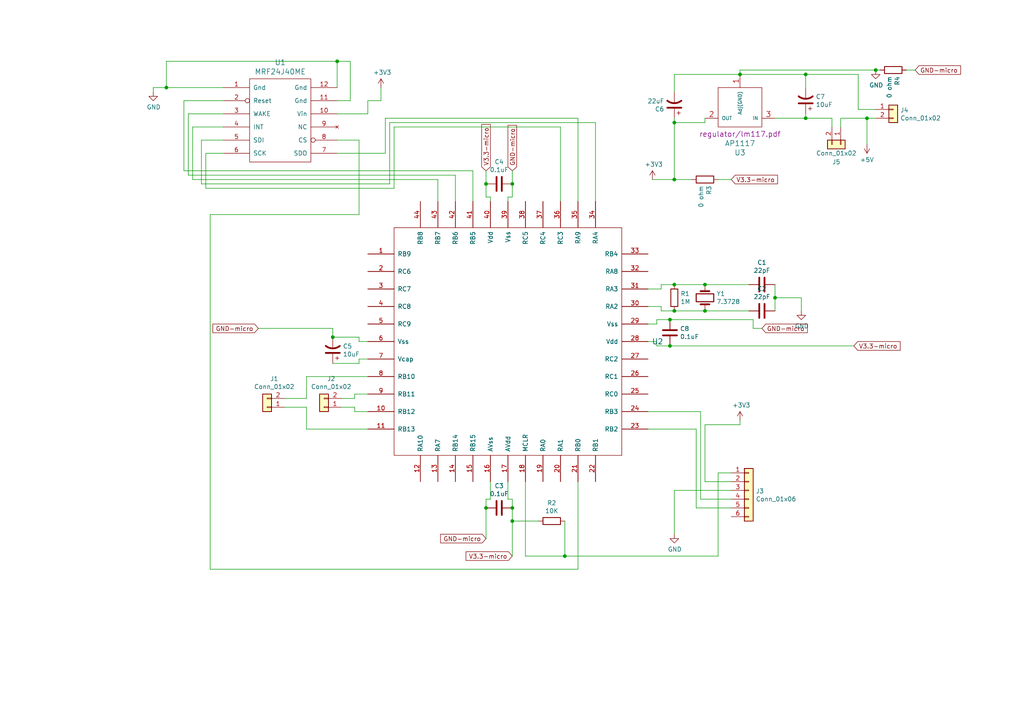
<source format=kicad_sch>
(kicad_sch (version 20211123) (generator eeschema)
  (paper "A4")
  (lib_symbols
    (symbol "Connector_Generic:Conn_01x02" (pin_names (offset 1.016) hide)
      (property "Reference" "J" (at 0 2.54 0))
      (property "Value" "Conn_01x02" (at 0 -5.08 0))
      (symbol "Conn_01x02_1_1"
        (rectangle (start -1.27 -2.413) (end 0 -2.667) (stroke (width 0.1524)))
        (rectangle (start -1.27 0.127) (end 0 -0.127) (stroke (width 0.1524)))
        (rectangle (start -1.27 1.27) (end 1.27 -3.81) (stroke (width 0.254)) (fill (type background)))
        (pin passive line (at -5.08 0 0) (length 3.81) (name "Pin_1") (number "1"))
        (pin passive line (at -5.08 -2.54 0) (length 3.81) (name "Pin_2") (number "2"))
      )
    )
    (symbol "Connector_Generic:Conn_01x06" (pin_names (offset 1.016) hide)
      (property "Reference" "J" (at 0 7.62 0))
      (property "Value" "Conn_01x06" (at 0 -10.16 0))
      (symbol "Conn_01x06_1_1"
        (rectangle (start -1.27 -7.493) (end 0 -7.747) (stroke (width 0.1524)))
        (rectangle (start -1.27 -4.953) (end 0 -5.207) (stroke (width 0.1524)))
        (rectangle (start -1.27 -2.413) (end 0 -2.667) (stroke (width 0.1524)))
        (rectangle (start -1.27 0.127) (end 0 -0.127) (stroke (width 0.1524)))
        (rectangle (start -1.27 2.667) (end 0 2.413) (stroke (width 0.1524)))
        (rectangle (start -1.27 5.207) (end 0 4.953) (stroke (width 0.1524)))
        (rectangle (start -1.27 6.35) (end 1.27 -8.89) (stroke (width 0.254)) (fill (type background)))
        (pin passive line (at -5.08 5.08 0) (length 3.81) (name "Pin_1") (number "1"))
        (pin passive line (at -5.08 2.54 0) (length 3.81) (name "Pin_2") (number "2"))
        (pin passive line (at -5.08 0 0) (length 3.81) (name "Pin_3") (number "3"))
        (pin passive line (at -5.08 -2.54 0) (length 3.81) (name "Pin_4") (number "4"))
        (pin passive line (at -5.08 -5.08 0) (length 3.81) (name "Pin_5") (number "5"))
        (pin passive line (at -5.08 -7.62 0) (length 3.81) (name "Pin_6") (number "6"))
      )
    )
    (symbol "Device:C" (pin_numbers hide) (pin_names (offset 0.254))
      (property "Reference" "C" (at 0.635 2.54 0))
      (property "Value" "C" (at 0.635 -2.54 0))
      (symbol "C_0_1"
        (polyline (pts (xy -2.032 -0.762) (xy 2.032 -0.762)) (stroke (width 0.508)))
        (polyline (pts (xy -2.032 0.762) (xy 2.032 0.762)) (stroke (width 0.508)))
      )
      (symbol "C_1_1"
        (pin passive line (at 0 3.81 270) (length 2.794) (name "~") (number "1"))
        (pin passive line (at 0 -3.81 90) (length 2.794) (name "~") (number "2"))
      )
    )
    (symbol "Device:CP1" (pin_numbers hide) (pin_names (offset 0.254) hide)
      (property "Reference" "C" (at 0.635 2.54 0))
      (property "Value" "Device_CP1" (at 0.635 -2.54 0))
      (symbol "CP1_0_1"
        (polyline (pts (xy -2.032 0.762) (xy 2.032 0.762)) (stroke (width 0.508)))
        (polyline (pts (xy -1.778 2.286) (xy -0.762 2.286)))
        (polyline (pts (xy -1.27 1.778) (xy -1.27 2.794)))
        (arc (start 2.032 -1.27) (mid 0 -0.5572) (end -2.032 -1.27) (stroke (width 0.508)))
      )
      (symbol "CP1_1_1"
        (pin passive line (at 0 3.81 270) (length 2.794) (name "~") (number "1"))
        (pin passive line (at 0 -3.81 90) (length 3.302) (name "~") (number "2"))
      )
    )
    (symbol "Device:Crystal" (pin_numbers hide) (pin_names (offset 1.016) hide)
      (property "Reference" "Y" (at 0 3.81 0))
      (property "Value" "Crystal" (at 0 -3.81 0))
      (symbol "Crystal_0_1"
        (rectangle (start -1.143 2.54) (end 1.143 -2.54) (stroke (width 0.3048)))
        (polyline (pts (xy -2.54 0) (xy -1.905 0)))
        (polyline (pts (xy -1.905 -1.27) (xy -1.905 1.27)) (stroke (width 0.508)))
        (polyline (pts (xy 1.905 -1.27) (xy 1.905 1.27)) (stroke (width 0.508)))
        (polyline (pts (xy 2.54 0) (xy 1.905 0)))
      )
      (symbol "Crystal_1_1"
        (pin passive line (at -3.81 0 0) (length 1.27) (name "1") (number "1"))
        (pin passive line (at 3.81 0 180) (length 1.27) (name "2") (number "2"))
      )
    )
    (symbol "Device:R" (pin_numbers hide) (pin_names (offset 0))
      (property "Reference" "R" (at 2.032 0 90))
      (property "Value" "R" (at 0 0 90))
      (symbol "R_0_1"
        (rectangle (start -1.016 -2.54) (end 1.016 2.54) (stroke (width 0.254)))
      )
      (symbol "R_1_1"
        (pin passive line (at 0 3.81 270) (length 1.27) (name "~") (number "1"))
        (pin passive line (at 0 -3.81 90) (length 1.27) (name "~") (number "2"))
      )
    )
    (symbol "power:+3.3V" (power) (pin_names (offset 0))
      (property "Value" "+3.3V" (at 0 3.556 0))
      (symbol "+3.3V_0_1"
        (polyline (pts (xy -0.762 1.27) (xy 0 2.54)))
        (polyline (pts (xy 0 0) (xy 0 2.54)))
        (polyline (pts (xy 0 2.54) (xy 0.762 1.27)))
      )
      (symbol "+3.3V_1_1"
        (pin power_in line (at 0 0 90) (length 0) hide (name "+3V3") (number "1"))
      )
    )
    (symbol "power:+5V" (power) (pin_names (offset 0))
      (property "Value" "+5V" (at 0 3.556 0))
      (symbol "+5V_0_1"
        (polyline (pts (xy -0.762 1.27) (xy 0 2.54)))
        (polyline (pts (xy 0 0) (xy 0 2.54)))
        (polyline (pts (xy 0 2.54) (xy 0.762 1.27)))
      )
      (symbol "+5V_1_1"
        (pin power_in line (at 0 0 90) (length 0) hide (name "+5V") (number "1"))
      )
    )
    (symbol "power:GND" (power) (pin_names (offset 0))
      (property "Value" "GND" (at 0 -3.81 0))
      (symbol "GND_0_1"
        (polyline (pts (xy 0 0) (xy 0 -1.27) (xy 1.27 -1.27) (xy 0 -2.54) (xy -1.27 -1.27) (xy 0 -1.27)))
      )
      (symbol "GND_1_1"
        (pin power_in line (at 0 0 270) (length 0) hide (name "GND") (number "1"))
      )
    )
    (symbol "tfg-rescue:AP1117-NCP" (pin_names (offset 1.016))
      (property "Reference" "U" (at 0 7.62 0))
      (property "Value" "AP1117-NCP" (at 1.27 -6.35 0))
      (symbol "AP1117-NCP_0_1"
        (rectangle (start -6.35 6.35) (end 6.35 -5.08))
      )
      (symbol "AP1117-NCP_1_1"
        (pin power_out line (at 0 -8.89 90) (length 3.81) (name "Adj(GND)") (number "1"))
        (pin power_out line (at 10.16 3.81 180) (length 3.81) (name "OUT") (number "2"))
        (pin power_in line (at -10.16 3.81 0) (length 3.81) (name "IN") (number "3"))
      )
    )
    (symbol "tfg-rescue:DSPIC33EP128GM604-NCP" (pin_names (offset 1.016))
      (property "Reference" "U" (at -5.08 13.97 0))
      (property "Value" "DSPIC33EP128GM604-NCP" (at -3.81 21.59 0))
      (symbol "DSPIC33EP128GM604-NCP_0_1"
        (rectangle (start -38.1 38.1) (end 27.94 -27.94))
      )
      (symbol "DSPIC33EP128GM604-NCP_1_1"
        (pin bidirectional line (at -45.72 30.48 0) (length 7.62) (name "RB9") (number "1"))
        (pin bidirectional line (at -45.72 -15.24 0) (length 7.62) (name "RB12") (number "10"))
        (pin bidirectional line (at -45.72 -20.32 0) (length 7.62) (name "RB13") (number "11"))
        (pin bidirectional line (at -30.48 -35.56 90) (length 7.62) (name "RA10") (number "12"))
        (pin bidirectional line (at -25.4 -35.56 90) (length 7.62) (name "RA7") (number "13"))
        (pin bidirectional line (at -20.32 -35.56 90) (length 7.62) (name "RB14") (number "14"))
        (pin bidirectional line (at -15.24 -35.56 90) (length 7.62) (name "RB15") (number "15"))
        (pin passive line (at -10.16 -35.56 90) (length 7.62) (name "AVss") (number "16"))
        (pin passive line (at -5.08 -35.56 90) (length 7.62) (name "AVdd") (number "17"))
        (pin input line (at 0 -35.56 90) (length 7.62) (name "MCLR") (number "18"))
        (pin bidirectional line (at 5.08 -35.56 90) (length 7.62) (name "RA0") (number "19"))
        (pin bidirectional line (at -45.72 25.4 0) (length 7.62) (name "RC6") (number "2"))
        (pin bidirectional line (at 10.16 -35.56 90) (length 7.62) (name "RA1") (number "20"))
        (pin bidirectional line (at 15.24 -35.56 90) (length 7.62) (name "RB0") (number "21"))
        (pin bidirectional line (at 20.32 -35.56 90) (length 7.62) (name "RB1") (number "22"))
        (pin bidirectional line (at 35.56 -20.32 180) (length 7.62) (name "RB2") (number "23"))
        (pin bidirectional line (at 35.56 -15.24 180) (length 7.62) (name "RB3") (number "24"))
        (pin bidirectional line (at 35.56 -10.16 180) (length 7.62) (name "RC0") (number "25"))
        (pin bidirectional line (at 35.56 -5.08 180) (length 7.62) (name "RC1") (number "26"))
        (pin bidirectional line (at 35.56 0 180) (length 7.62) (name "RC2") (number "27"))
        (pin power_in line (at 35.56 5.08 180) (length 7.62) (name "Vdd") (number "28"))
        (pin power_in line (at 35.56 10.16 180) (length 7.62) (name "Vss") (number "29"))
        (pin bidirectional line (at -45.72 20.32 0) (length 7.62) (name "RC7") (number "3"))
        (pin bidirectional line (at 35.56 15.24 180) (length 7.62) (name "RA2") (number "30"))
        (pin bidirectional line (at 35.56 20.32 180) (length 7.62) (name "RA3") (number "31"))
        (pin bidirectional line (at 35.56 25.4 180) (length 7.62) (name "RA8") (number "32"))
        (pin bidirectional line (at 35.56 30.48 180) (length 7.62) (name "RB4") (number "33"))
        (pin bidirectional line (at 20.32 45.72 270) (length 7.62) (name "RA4") (number "34"))
        (pin bidirectional line (at 15.24 45.72 270) (length 7.62) (name "RA9") (number "35"))
        (pin bidirectional line (at 10.16 45.72 270) (length 7.62) (name "RC3") (number "36"))
        (pin bidirectional line (at 5.08 45.72 270) (length 7.62) (name "RC4") (number "37"))
        (pin bidirectional line (at 0 45.72 270) (length 7.62) (name "RC5") (number "38"))
        (pin power_in line (at -5.08 45.72 270) (length 7.62) (name "Vss") (number "39"))
        (pin bidirectional line (at -45.72 15.24 0) (length 7.62) (name "RC8") (number "4"))
        (pin power_in line (at -10.16 45.72 270) (length 7.62) (name "Vdd") (number "40"))
        (pin bidirectional line (at -15.24 45.72 270) (length 7.62) (name "RB5") (number "41"))
        (pin bidirectional line (at -20.32 45.72 270) (length 7.62) (name "RB6") (number "42"))
        (pin bidirectional line (at -25.4 45.72 270) (length 7.62) (name "RB7") (number "43"))
        (pin bidirectional line (at -30.48 45.72 270) (length 7.62) (name "RB8") (number "44"))
        (pin bidirectional line (at -45.72 10.16 0) (length 7.62) (name "RC9") (number "5"))
        (pin power_in line (at -45.72 5.08 0) (length 7.62) (name "Vss") (number "6"))
        (pin passive line (at -45.72 0 0) (length 7.62) (name "Vcap") (number "7"))
        (pin bidirectional line (at -45.72 -5.08 0) (length 7.62) (name "RB10") (number "8"))
        (pin bidirectional line (at -45.72 -10.16 0) (length 7.62) (name "RB11") (number "9"))
      )
    )
    (symbol "tfg-rescue:MRF24J40ME-NCP" (pin_names (offset 1.016))
      (property "Reference" "U" (at -6.35 1.27 0))
      (property "Value" "MRF24J40ME-NCP" (at -1.27 3.81 0))
      (symbol "MRF24J40ME-NCP_0_1"
        (rectangle (start -10.16 0) (end 7.62 -24.13))
      )
      (symbol "MRF24J40ME-NCP_1_1"
        (pin power_in line (at -17.78 -2.54 0) (length 7.62) (name "Gnd") (number "1"))
        (pin power_in line (at 15.24 -10.16 180) (length 7.62) (name "Vin") (number "10"))
        (pin power_in line (at 15.24 -6.35 180) (length 7.62) (name "Gnd") (number "11"))
        (pin power_in line (at 15.24 -2.54 180) (length 7.62) (name "Gnd") (number "12"))
        (pin input inverted (at -17.78 -6.35 0) (length 7.62) (name "Reset") (number "2"))
        (pin input line (at -17.78 -10.16 0) (length 7.62) (name "WAKE") (number "3"))
        (pin input line (at -17.78 -13.97 0) (length 7.62) (name "INT") (number "4"))
        (pin input line (at -17.78 -17.78 0) (length 7.62) (name "SDI") (number "5"))
        (pin input line (at -17.78 -21.59 0) (length 7.62) (name "SCK") (number "6"))
        (pin output line (at 15.24 -21.59 180) (length 7.62) (name "SDO") (number "7"))
        (pin output inverted (at 15.24 -17.78 180) (length 7.62) (name "CS") (number "8"))
        (pin no_connect line (at 15.24 -13.97 180) (length 7.62) (name "NC") (number "9"))
      )
    )
  )
  (junction (at 195.58 35.56))
  (junction (at 48.26 25.4))
  (junction (at 195.58 52.07))
  (junction (at 194.31 92.71))
  (junction (at 140.97 53.34))
  (junction (at 96.52 97.79))
  (junction (at 148.59 53.34))
  (junction (at 195.58 82.55))
  (junction (at 204.47 90.17))
  (junction (at 163.83 161.29))
  (junction (at 148.59 147.32))
  (junction (at 140.97 147.32))
  (junction (at 97.79 17.78))
  (junction (at 233.68 34.29))
  (junction (at 148.59 151.13))
  (junction (at 254 20.32))
  (junction (at 204.47 82.55))
  (junction (at 224.79 86.36))
  (junction (at 251.46 34.29))
  (junction (at 233.68 21.59))
  (junction (at 194.31 100.33))
  (junction (at 214.63 21.59))
  (junction (at 195.58 90.17))
  (wire (pts (xy 204.47 139.7) (xy 204.47 123.19)))
  (wire (pts (xy 233.68 34.29) (xy 233.68 33.02)))
  (wire (pts (xy 60.96 165.1) (xy 167.64 165.1)))
  (wire (pts (xy 102.87 114.3) (xy 102.87 115.57)))
  (wire (pts (xy 194.31 92.71) (xy 218.44 92.71)))
  (wire (pts (xy 189.23 52.07) (xy 195.58 52.07)))
  (wire (pts (xy 127 52.07) (xy 127 58.42)))
  (wire (pts (xy 97.79 33.02) (xy 106.68 33.02)))
  (wire (pts (xy 224.79 82.55) (xy 224.79 86.36)))
  (wire (pts (xy 203.2 119.38) (xy 203.2 144.78)))
  (wire (pts (xy 190.5 92.71) (xy 194.31 92.71)))
  (wire (pts (xy 191.77 88.9) (xy 191.77 90.17)))
  (wire (pts (xy 156.21 151.13) (xy 148.59 151.13)))
  (wire (pts (xy 64.77 33.02) (xy 54.61 33.02)))
  (wire (pts (xy 195.58 21.59) (xy 214.63 21.59)))
  (wire (pts (xy 111.76 44.45) (xy 111.76 34.29)))
  (wire (pts (xy 162.56 36.83) (xy 162.56 58.42)))
  (wire (pts (xy 232.41 90.17) (xy 232.41 86.36)))
  (wire (pts (xy 113.03 53.34) (xy 113.03 35.56)))
  (wire (pts (xy 55.88 52.07) (xy 127 52.07)))
  (wire (pts (xy 88.9 118.11) (xy 88.9 124.46)))
  (wire (pts (xy 187.96 93.98) (xy 190.5 93.98)))
  (wire (pts (xy 140.97 57.15) (xy 140.97 53.34)))
  (wire (pts (xy 148.59 49.53) (xy 148.59 53.34)))
  (wire (pts (xy 55.88 36.83) (xy 55.88 52.07)))
  (wire (pts (xy 212.09 52.07) (xy 208.28 52.07)))
  (wire (pts (xy 96.52 95.25) (xy 96.52 97.79)))
  (wire (pts (xy 212.09 139.7) (xy 204.47 139.7)))
  (wire (pts (xy 147.32 57.15) (xy 148.59 57.15)))
  (wire (pts (xy 254 31.75) (xy 248.92 31.75)))
  (wire (pts (xy 106.68 119.38) (xy 102.87 119.38)))
  (wire (pts (xy 74.93 95.25) (xy 96.52 95.25)))
  (wire (pts (xy 58.42 40.64) (xy 58.42 53.34)))
  (wire (pts (xy 224.79 34.29) (xy 233.68 34.29)))
  (wire (pts (xy 195.58 35.56) (xy 204.47 35.56)))
  (wire (pts (xy 44.45 25.4) (xy 44.45 26.67)))
  (wire (pts (xy 195.58 35.56) (xy 195.58 52.07)))
  (wire (pts (xy 147.32 58.42) (xy 147.32 57.15)))
  (wire (pts (xy 148.59 53.34) (xy 148.59 57.15)))
  (wire (pts (xy 190.5 99.06) (xy 190.5 100.33)))
  (wire (pts (xy 140.97 144.78) (xy 142.24 144.78)))
  (wire (pts (xy 88.9 124.46) (xy 106.68 124.46)))
  (wire (pts (xy 191.77 90.17) (xy 195.58 90.17)))
  (wire (pts (xy 132.08 50.8) (xy 132.08 58.42)))
  (wire (pts (xy 102.87 118.11) (xy 99.06 118.11)))
  (wire (pts (xy 60.96 62.23) (xy 60.96 165.1)))
  (wire (pts (xy 148.59 161.29) (xy 148.59 151.13)))
  (wire (pts (xy 104.14 97.79) (xy 96.52 97.79)))
  (wire (pts (xy 58.42 53.34) (xy 113.03 53.34)))
  (wire (pts (xy 195.58 142.24) (xy 195.58 154.94)))
  (wire (pts (xy 241.3 34.29) (xy 233.68 34.29)))
  (wire (pts (xy 97.79 29.21) (xy 101.6 29.21)))
  (wire (pts (xy 140.97 144.78) (xy 140.97 147.32)))
  (wire (pts (xy 204.47 35.56) (xy 204.47 34.29)))
  (wire (pts (xy 53.34 29.21) (xy 53.34 49.53)))
  (wire (pts (xy 48.26 25.4) (xy 44.45 25.4)))
  (wire (pts (xy 233.68 25.4) (xy 233.68 21.59)))
  (wire (pts (xy 195.58 82.55) (xy 204.47 82.55)))
  (wire (pts (xy 172.72 35.56) (xy 172.72 58.42)))
  (wire (pts (xy 148.59 147.32) (xy 148.59 151.13)))
  (wire (pts (xy 208.28 161.29) (xy 208.28 137.16)))
  (wire (pts (xy 201.93 147.32) (xy 212.09 147.32)))
  (wire (pts (xy 106.68 109.22) (xy 88.9 109.22)))
  (wire (pts (xy 64.77 25.4) (xy 48.26 25.4)))
  (wire (pts (xy 248.92 31.75) (xy 248.92 21.59)))
  (wire (pts (xy 140.97 49.53) (xy 140.97 53.34)))
  (wire (pts (xy 217.17 82.55) (xy 204.47 82.55)))
  (wire (pts (xy 142.24 57.15) (xy 140.97 57.15)))
  (wire (pts (xy 64.77 40.64) (xy 58.42 40.64)))
  (wire (pts (xy 48.26 17.78) (xy 48.26 25.4)))
  (wire (pts (xy 106.68 104.14) (xy 104.14 104.14)))
  (wire (pts (xy 200.66 52.07) (xy 195.58 52.07)))
  (wire (pts (xy 54.61 50.8) (xy 132.08 50.8)))
  (wire (pts (xy 104.14 105.41) (xy 96.52 105.41)))
  (wire (pts (xy 187.96 88.9) (xy 191.77 88.9)))
  (wire (pts (xy 106.68 29.21) (xy 110.49 29.21)))
  (wire (pts (xy 104.14 99.06) (xy 104.14 97.79)))
  (wire (pts (xy 111.76 34.29) (xy 167.64 34.29)))
  (wire (pts (xy 104.14 40.64) (xy 104.14 62.23)))
  (wire (pts (xy 251.46 34.29) (xy 254 34.29)))
  (wire (pts (xy 82.55 118.11) (xy 88.9 118.11)))
  (wire (pts (xy 212.09 142.24) (xy 195.58 142.24)))
  (wire (pts (xy 101.6 17.78) (xy 97.79 17.78)))
  (wire (pts (xy 190.5 93.98) (xy 190.5 92.71)))
  (wire (pts (xy 167.64 34.29) (xy 167.64 58.42)))
  (wire (pts (xy 88.9 109.22) (xy 88.9 115.57)))
  (wire (pts (xy 190.5 100.33) (xy 194.31 100.33)))
  (wire (pts (xy 203.2 144.78) (xy 212.09 144.78)))
  (wire (pts (xy 195.58 26.67) (xy 195.58 21.59)))
  (wire (pts (xy 204.47 90.17) (xy 217.17 90.17)))
  (wire (pts (xy 255.27 20.32) (xy 254 20.32)))
  (wire (pts (xy 101.6 29.21) (xy 101.6 17.78)))
  (wire (pts (xy 114.3 36.83) (xy 162.56 36.83)))
  (wire (pts (xy 110.49 29.21) (xy 110.49 25.4)))
  (wire (pts (xy 140.97 147.32) (xy 140.97 156.21)))
  (wire (pts (xy 187.96 99.06) (xy 190.5 99.06)))
  (wire (pts (xy 88.9 115.57) (xy 82.55 115.57)))
  (wire (pts (xy 187.96 119.38) (xy 203.2 119.38)))
  (wire (pts (xy 224.79 86.36) (xy 224.79 90.17)))
  (wire (pts (xy 102.87 119.38) (xy 102.87 118.11)))
  (wire (pts (xy 243.84 34.29) (xy 251.46 34.29)))
  (wire (pts (xy 251.46 34.29) (xy 251.46 41.91)))
  (wire (pts (xy 214.63 123.19) (xy 214.63 121.92)))
  (wire (pts (xy 214.63 21.59) (xy 233.68 21.59)))
  (wire (pts (xy 241.3 36.83) (xy 241.3 34.29)))
  (wire (pts (xy 152.4 161.29) (xy 163.83 161.29)))
  (wire (pts (xy 254 20.32) (xy 214.63 20.32)))
  (wire (pts (xy 147.32 144.78) (xy 148.59 144.78)))
  (wire (pts (xy 64.77 44.45) (xy 59.69 44.45)))
  (wire (pts (xy 102.87 115.57) (xy 99.06 115.57)))
  (wire (pts (xy 104.14 62.23) (xy 60.96 62.23)))
  (wire (pts (xy 187.96 83.82) (xy 191.77 83.82)))
  (wire (pts (xy 106.68 33.02) (xy 106.68 29.21)))
  (wire (pts (xy 218.44 95.25) (xy 220.98 95.25)))
  (wire (pts (xy 97.79 17.78) (xy 48.26 17.78)))
  (wire (pts (xy 208.28 137.16) (xy 212.09 137.16)))
  (wire (pts (xy 64.77 29.21) (xy 53.34 29.21)))
  (wire (pts (xy 201.93 124.46) (xy 201.93 147.32)))
  (wire (pts (xy 152.4 139.7) (xy 152.4 161.29)))
  (wire (pts (xy 195.58 34.29) (xy 195.58 35.56)))
  (wire (pts (xy 142.24 58.42) (xy 142.24 57.15)))
  (wire (pts (xy 191.77 83.82) (xy 191.77 82.55)))
  (wire (pts (xy 114.3 54.61) (xy 114.3 36.83)))
  (wire (pts (xy 64.77 36.83) (xy 55.88 36.83)))
  (wire (pts (xy 147.32 139.7) (xy 147.32 144.78)))
  (wire (pts (xy 214.63 20.32) (xy 214.63 21.59)))
  (wire (pts (xy 167.64 165.1) (xy 167.64 139.7)))
  (wire (pts (xy 194.31 100.33) (xy 247.65 100.33)))
  (wire (pts (xy 53.34 49.53) (xy 137.16 49.53)))
  (wire (pts (xy 59.69 44.45) (xy 59.69 54.61)))
  (wire (pts (xy 232.41 86.36) (xy 224.79 86.36)))
  (wire (pts (xy 97.79 25.4) (xy 97.79 17.78)))
  (wire (pts (xy 148.59 144.78) (xy 148.59 147.32)))
  (wire (pts (xy 104.14 104.14) (xy 104.14 105.41)))
  (wire (pts (xy 187.96 124.46) (xy 201.93 124.46)))
  (wire (pts (xy 106.68 114.3) (xy 102.87 114.3)))
  (wire (pts (xy 218.44 92.71) (xy 218.44 95.25)))
  (wire (pts (xy 243.84 36.83) (xy 243.84 34.29)))
  (wire (pts (xy 97.79 44.45) (xy 111.76 44.45)))
  (wire (pts (xy 106.68 99.06) (xy 104.14 99.06)))
  (wire (pts (xy 163.83 161.29) (xy 208.28 161.29)))
  (wire (pts (xy 142.24 144.78) (xy 142.24 139.7)))
  (wire (pts (xy 54.61 33.02) (xy 54.61 50.8)))
  (wire (pts (xy 97.79 40.64) (xy 104.14 40.64)))
  (wire (pts (xy 59.69 54.61) (xy 114.3 54.61)))
  (wire (pts (xy 137.16 49.53) (xy 137.16 58.42)))
  (wire (pts (xy 265.43 20.32) (xy 262.89 20.32)))
  (wire (pts (xy 204.47 123.19) (xy 214.63 123.19)))
  (wire (pts (xy 191.77 82.55) (xy 195.58 82.55)))
  (wire (pts (xy 113.03 35.56) (xy 172.72 35.56)))
  (wire (pts (xy 195.58 90.17) (xy 204.47 90.17)))
  (wire (pts (xy 248.92 21.59) (xy 233.68 21.59)))
  (wire (pts (xy 163.83 151.13) (xy 163.83 161.29)))
  (global_label "V3.3-micro" (shape input) (at 148.59 161.29 180) (property "Intersheet References" "${INTERSHEET_REFS}" (effects hide)))
  (global_label "GND-micro" (shape input) (at 265.43 20.32 0) (property "Intersheet References" "${INTERSHEET_REFS}" (effects hide)))
  (global_label "GND-micro" (shape input) (at 74.93 95.25 180) (property "Intersheet References" "${INTERSHEET_REFS}" (effects hide)))
  (global_label "GND-micro" (shape input) (at 148.59 49.53 90) (property "Intersheet References" "${INTERSHEET_REFS}" (effects hide)))
  (global_label "V3.3-micro" (shape input) (at 140.97 49.53 90) (property "Intersheet References" "${INTERSHEET_REFS}" (effects hide)))
  (global_label "V3.3-micro" (shape input) (at 212.09 52.07 0) (property "Intersheet References" "${INTERSHEET_REFS}" (effects hide)))
  (global_label "GND-micro" (shape input) (at 140.97 156.21 180) (property "Intersheet References" "${INTERSHEET_REFS}" (effects hide)))
  (global_label "GND-micro" (shape input) (at 220.98 95.25 0) (property "Intersheet References" "${INTERSHEET_REFS}" (effects hide)))
  (global_label "V3.3-micro" (shape input) (at 247.65 100.33 0) (property "Intersheet References" "${INTERSHEET_REFS}" (effects hide)))
  (symbol (lib_id "tfg-rescue:DSPIC33EP128GM604-NCP") (at 152.4 104.14 0) (unit 1)
    (property "Reference" "U2" (at 189.0776 99.06 0) (effects (font (size 1.524 1.524)) (justify left)))
    (property "Value" "DSPIC33EP128GM604" (effects hide))
    (property "Footprint" "Housings_QFP:TQFP-44_10x10mm_Pitch0.8mm" (effects hide))
  )
  (symbol (lib_id "Device:Crystal") (at 204.47 86.36 270) (unit 1)
    (property "Reference" "Y1" (at 207.7974 85.1916 90) (effects (justify left)))
    (property "Value" "7.3728" (at 207.7974 87.503 90) (effects (justify left)))
    (property "Footprint" "Crystal:Crystal_HC18-U_Vertical" (effects hide))
  )
  (symbol (lib_id "Device:C") (at 220.98 82.55 90) (unit 1)
    (property "Reference" "C1" (at 220.98 76.1492 90))
    (property "Value" "22pF" (at 220.98 78.4606 90))
    (property "Footprint" "Capacitor_THT:C_Rect_L4.0mm_W2.5mm_P2.50mm" (effects hide))
  )
  (symbol (lib_id "Device:C") (at 220.98 90.17 270) (unit 1)
    (property "Reference" "C2" (at 220.98 83.7692 90))
    (property "Value" "22pF" (at 220.98 86.0806 90))
    (property "Footprint" "Capacitor_THT:C_Rect_L4.0mm_W2.5mm_P2.50mm" (effects hide))
  )
  (symbol (lib_id "Device:R") (at 195.58 86.36 0) (unit 1)
    (property "Reference" "R1" (at 197.358 85.1916 0) (effects (justify left)))
    (property "Value" "1M" (at 197.358 87.503 0) (effects (justify left)))
    (property "Footprint" "Resistor_THT:R_Box_L8.4mm_W2.5mm_P5.08mm" (effects hide))
  )
  (symbol (lib_id "power:GND") (at 232.41 90.17 0) (unit 1)
    (property "Reference" "#PWR0101" (effects hide))
    (property "Value" "GND" (at 232.537 94.5642 0))
  )
  (symbol (lib_id "Connector_Generic:Conn_01x02") (at 93.98 118.11 180) (unit 1)
    (property "Reference" "J2" (at 96.0628 109.855 0))
    (property "Value" "Conn_01x02" (at 96.0628 112.1664 0))
    (property "Footprint" "Connector_PinHeader_2.54mm:PinHeader_1x02_P2.54mm_Vertical" (effects hide))
  )
  (symbol (lib_id "Connector_Generic:Conn_01x02") (at 77.47 118.11 180) (unit 1)
    (property "Reference" "J1" (at 79.5528 109.855 0))
    (property "Value" "Conn_01x02" (at 79.5528 112.1664 0))
    (property "Footprint" "Connector_PinHeader_2.54mm:PinHeader_1x02_P2.54mm_Vertical" (effects hide))
  )
  (symbol (lib_id "Connector_Generic:Conn_01x06") (at 217.17 142.24 0) (unit 1)
    (property "Reference" "J3" (at 219.202 142.4432 0) (effects (justify left)))
    (property "Value" "Conn_01x06" (at 219.202 144.7546 0) (effects (justify left)))
    (property "Footprint" "Connector_PinHeader_2.54mm:PinHeader_1x06_P2.54mm_Horizontal" (effects hide))
  )
  (symbol (lib_id "power:GND") (at 195.58 154.94 0) (unit 1)
    (property "Reference" "#PWR0102" (effects hide))
    (property "Value" "GND" (at 195.707 159.3342 0))
  )
  (symbol (lib_id "power:+3.3V") (at 214.63 121.92 0) (unit 1)
    (property "Reference" "#PWR0103" (effects hide))
    (property "Value" "+3.3V" (at 215.011 117.5258 0))
  )
  (symbol (lib_id "Device:C") (at 144.78 53.34 270) (unit 1)
    (property "Reference" "C4" (at 144.78 46.9392 90))
    (property "Value" "0.1uF" (at 144.78 49.2506 90))
    (property "Footprint" "Capacitor_THT:C_Rect_L4.0mm_W2.5mm_P2.50mm" (effects hide))
  )
  (symbol (lib_id "Device:C") (at 194.31 96.52 0) (unit 1)
    (property "Reference" "C8" (at 197.231 95.3516 0) (effects (justify left)))
    (property "Value" "0.1uF" (at 197.231 97.663 0) (effects (justify left)))
    (property "Footprint" "Capacitor_THT:C_Rect_L4.0mm_W2.5mm_P2.50mm" (effects hide))
  )
  (symbol (lib_id "Device:C") (at 144.78 147.32 270) (unit 1)
    (property "Reference" "C3" (at 144.78 140.9192 90))
    (property "Value" "0.1uF" (at 144.78 143.2306 90))
    (property "Footprint" "Capacitor_THT:C_Rect_L4.0mm_W2.5mm_P2.50mm" (effects hide))
  )
  (symbol (lib_id "Device:R") (at 160.02 151.13 270) (unit 1)
    (property "Reference" "R2" (at 160.02 145.8722 90))
    (property "Value" "10K" (at 160.02 148.1836 90))
    (property "Footprint" "Resistor_THT:R_Box_L8.4mm_W2.5mm_P5.08mm" (effects hide))
  )
  (symbol (lib_id "Device:CP1") (at 96.52 101.6 180) (unit 1)
    (property "Reference" "C5" (at 99.441 100.4316 0) (effects (justify right)))
    (property "Value" "10uF" (at 99.441 102.743 0) (effects (justify right)))
    (property "Footprint" "Capacitor_THT:CP_Radial_Tantal_D4.5mm_P2.50mm" (effects hide))
  )
  (symbol (lib_id "tfg-rescue:MRF24J40ME-NCP") (at 82.55 22.86 0) (unit 1)
    (property "Reference" "U1" (at 81.28 18.1102 0) (effects (font (size 1.524 1.524))))
    (property "Value" "MRF24J40ME" (at 81.28 20.8026 0) (effects (font (size 1.524 1.524))))
    (property "Footprint" "footprints:MRF24J40ME-I&slash_RM" (effects hide))
  )
  (symbol (lib_id "power:GND") (at 44.45 26.67 0) (unit 1)
    (property "Reference" "#PWR0112" (effects hide))
    (property "Value" "GND" (at 44.577 31.0642 0))
  )
  (symbol (lib_id "Device:R") (at 204.47 52.07 270) (unit 1)
    (property "Reference" "R3" (at 205.6384 53.848 0) (effects (justify left)))
    (property "Value" "0 ohm" (at 203.327 53.848 0) (effects (justify left)))
    (property "Footprint" "Resistor_THT:R_Axial_DIN0204_L3.6mm_D1.6mm_P1.90mm_Vertical" (effects hide))
  )
  (symbol (lib_id "Device:R") (at 259.08 20.32 270) (unit 1)
    (property "Reference" "R4" (at 260.2484 22.098 0) (effects (justify left)))
    (property "Value" "0 ohm" (at 257.937 22.098 0) (effects (justify left)))
    (property "Footprint" "Resistor_THT:R_Axial_DIN0204_L3.6mm_D1.6mm_P1.90mm_Vertical" (effects hide))
  )
  (symbol (lib_id "power:+3.3V") (at 110.49 25.4 0) (unit 1)
    (property "Reference" "#PWR0111" (effects hide))
    (property "Value" "+3.3V" (at 110.871 21.0058 0))
  )
  (symbol (lib_id "Connector_Generic:Conn_01x02") (at 259.08 31.75 0) (unit 1)
    (property "Reference" "J4" (at 261.112 31.9532 0) (effects (justify left)))
    (property "Value" "Conn_01x02" (at 261.112 34.2646 0) (effects (justify left)))
    (property "Footprint" "TerminalBlock:TerminalBlock_bornier-2_P5.08mm" (effects hide))
  )
  (symbol (lib_id "Device:CP1") (at 195.58 30.48 180) (unit 1)
    (property "Reference" "C6" (at 192.659 31.6484 0) (effects (justify left)))
    (property "Value" "22uF" (at 192.659 29.337 0) (effects (justify left)))
    (property "Footprint" "Capacitor_THT:C_Rect_L4.0mm_W2.5mm_P2.50mm" (effects hide))
  )
  (symbol (lib_id "Device:CP1") (at 233.68 29.21 180) (unit 1)
    (property "Reference" "C7" (at 236.601 28.0416 0) (effects (justify right)))
    (property "Value" "10uF" (at 236.601 30.353 0) (effects (justify right)))
    (property "Footprint" "Capacitor_THT:C_Rect_L4.0mm_W2.5mm_P2.50mm" (effects hide))
  )
  (symbol (lib_id "tfg-rescue:AP1117-NCP") (at 214.63 30.48 180) (unit 1)
    (property "Reference" "U3" (at 214.63 44.2722 0) (effects (font (size 1.524 1.524))))
    (property "Value" "AP1117" (at 214.63 41.5798 0) (effects (font (size 1.524 1.524))))
    (property "Footprint" "Package_TO_SOT_SMD:SOT-223-3_TabPin2" (effects hide))
    (property "Datasheet" "regulator/lm117.pdf" (at 214.63 38.8874 0) (effects (font (size 1.524 1.524))))
  )
  (symbol (lib_id "power:GND") (at 254 20.32 0) (unit 1)
    (property "Reference" "#PWR0113" (effects hide))
    (property "Value" "GND" (at 254.127 24.7142 0))
  )
  (symbol (lib_id "power:+3.3V") (at 189.23 52.07 0) (unit 1)
    (property "Reference" "#PWR?" (effects hide))
    (property "Value" "+3.3V" (at 189.611 47.6758 0))
  )
  (symbol (lib_id "power:+5V") (at 251.46 41.91 180) (unit 1)
    (property "Reference" "#PWR?" (effects hide))
    (property "Value" "+5V" (at 251.46 46.3534 0))
  )
  (symbol (lib_id "Connector_Generic:Conn_01x02") (at 243.84 41.91 270) (unit 1)
    (property "Reference" "J5" (at 242.57 46.99 90))
    (property "Value" "Conn_01x02" (at 242.57 44.45 90))
    (property "Footprint" "Connector_PinHeader_2.54mm:PinHeader_1x02_P2.54mm_Vertical" (effects hide))
  )
)
</source>
